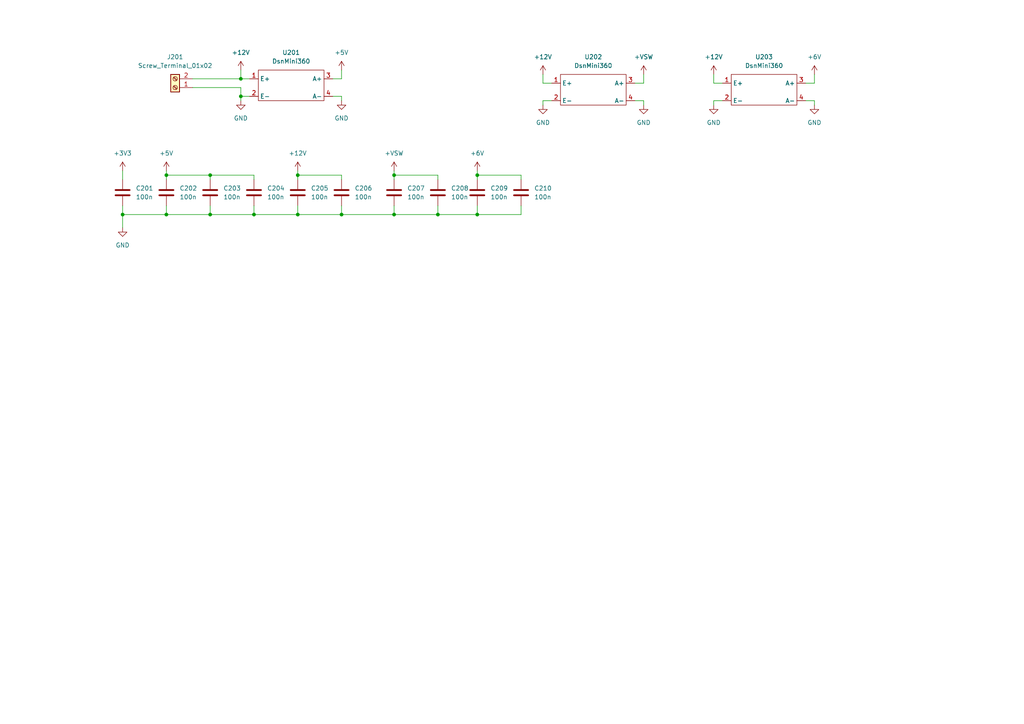
<source format=kicad_sch>
(kicad_sch (version 20211123) (generator eeschema)
  (paper "A4")
  (title_block (title "ESP32 Relaiskarte") (date "2022-03-30") (rev "0.0.3") (company "makerspace Bocholt") (comment 1 "+ optionale Servo Ansteuerung") (comment 2 "+ optionale Lan Karte") (comment 4 "Frank Tobergte"))
  (lib_symbols
    (symbol "Connector:Screw_Terminal_01x02" (pin_names (offset 1.016) hide)
      (property "Reference" "J" (at 0 2.54 0))
      (property "Value" "Screw_Terminal_01x02" (at 0 -5.08 0))
      (symbol "Screw_Terminal_01x02_1_1"
        (rectangle (start -1.27 1.27) (end 1.27 -3.81) (stroke (width 0.254)) (fill (type background)))
        (circle (center 0 -2.54) (radius 0.635) (stroke (width 0.1524)))
        (polyline (pts (xy -0.5334 -2.2098) (xy 0.3302 -3.048)) (stroke (width 0.1524)))
        (polyline (pts (xy -0.5334 0.3302) (xy 0.3302 -0.508)) (stroke (width 0.1524)))
        (polyline (pts (xy -0.3556 -2.032) (xy 0.508 -2.8702)) (stroke (width 0.1524)))
        (polyline (pts (xy -0.3556 0.508) (xy 0.508 -0.3302)) (stroke (width 0.1524)))
        (circle (center 0 0) (radius 0.635) (stroke (width 0.1524)))
        (pin passive line (at -5.08 0 0) (length 3.81) (name "Pin_1") (number "1"))
        (pin passive line (at -5.08 -2.54 0) (length 3.81) (name "Pin_2") (number "2"))
      )
    )
    (symbol "DcDc:DsnMini360"
      (property "Reference" "U" (at 0 0 0))
      (property "Value" "DsnMini360" (at 0 -2.54 0))
      (symbol "DsnMini360_0_1"
        (rectangle (start -8.89 2.54) (end 10.16 -6.35))
      )
      (symbol "DsnMini360_1_1"
        (pin power_in line (at -11.43 0 0) (length 2.54) (name "E+") (number "1"))
        (pin power_in line (at -11.43 -5.08 0) (length 2.54) (name "E-") (number "2"))
        (pin power_out line (at 12.7 0 180) (length 2.54) (name "A+") (number "3"))
        (pin power_out line (at 12.7 -5.08 180) (length 2.54) (name "A-") (number "4"))
      )
    )
    (symbol "Device:C" (pin_numbers hide) (pin_names (offset 0.254))
      (property "Reference" "C" (at 0.635 2.54 0))
      (property "Value" "C" (at 0.635 -2.54 0))
      (symbol "C_0_1"
        (polyline (pts (xy -2.032 -0.762) (xy 2.032 -0.762)) (stroke (width 0.508)))
        (polyline (pts (xy -2.032 0.762) (xy 2.032 0.762)) (stroke (width 0.508)))
      )
      (symbol "C_1_1"
        (pin passive line (at 0 3.81 270) (length 2.794) (name "~") (number "1"))
        (pin passive line (at 0 -3.81 90) (length 2.794) (name "~") (number "2"))
      )
    )
    (symbol "power:+12V" (power) (pin_names (offset 0))
      (property "Value" "+12V" (at 0 3.556 0))
      (symbol "+12V_0_1"
        (polyline (pts (xy -0.762 1.27) (xy 0 2.54)))
        (polyline (pts (xy 0 0) (xy 0 2.54)))
        (polyline (pts (xy 0 2.54) (xy 0.762 1.27)))
      )
      (symbol "+12V_1_1"
        (pin power_in line (at 0 0 90) (length 0) hide (name "+12V") (number "1"))
      )
    )
    (symbol "power:+3.3V" (power) (pin_names (offset 0))
      (property "Value" "+3.3V" (at 0 3.556 0))
      (symbol "+3.3V_0_1"
        (polyline (pts (xy -0.762 1.27) (xy 0 2.54)))
        (polyline (pts (xy 0 0) (xy 0 2.54)))
        (polyline (pts (xy 0 2.54) (xy 0.762 1.27)))
      )
      (symbol "+3.3V_1_1"
        (pin power_in line (at 0 0 90) (length 0) hide (name "+3V3") (number "1"))
      )
    )
    (symbol "power:+5V" (power) (pin_names (offset 0))
      (property "Value" "+5V" (at 0 3.556 0))
      (symbol "+5V_0_1"
        (polyline (pts (xy -0.762 1.27) (xy 0 2.54)))
        (polyline (pts (xy 0 0) (xy 0 2.54)))
        (polyline (pts (xy 0 2.54) (xy 0.762 1.27)))
      )
      (symbol "+5V_1_1"
        (pin power_in line (at 0 0 90) (length 0) hide (name "+5V") (number "1"))
      )
    )
    (symbol "power:+6V" (power) (pin_names (offset 0))
      (property "Value" "+6V" (at 0 3.556 0))
      (symbol "+6V_0_1"
        (polyline (pts (xy -0.762 1.27) (xy 0 2.54)))
        (polyline (pts (xy 0 0) (xy 0 2.54)))
        (polyline (pts (xy 0 2.54) (xy 0.762 1.27)))
      )
      (symbol "+6V_1_1"
        (pin power_in line (at 0 0 90) (length 0) hide (name "+6V") (number "1"))
      )
    )
    (symbol "power:+VSW" (power) (pin_names (offset 0))
      (property "Value" "+VSW" (at 0 3.556 0))
      (symbol "+VSW_0_1"
        (polyline (pts (xy -0.762 1.27) (xy 0 2.54)))
        (polyline (pts (xy 0 0) (xy 0 2.54)))
        (polyline (pts (xy 0 2.54) (xy 0.762 1.27)))
      )
      (symbol "+VSW_1_1"
        (pin power_in line (at 0 0 90) (length 0) hide (name "+VSW") (number "1"))
      )
    )
    (symbol "power:GND" (power) (pin_names (offset 0))
      (property "Value" "GND" (at 0 -3.81 0))
      (symbol "GND_0_1"
        (polyline (pts (xy 0 0) (xy 0 -1.27) (xy 1.27 -1.27) (xy 0 -2.54) (xy -1.27 -1.27) (xy 0 -1.27)))
      )
      (symbol "GND_1_1"
        (pin power_in line (at 0 0 270) (length 0) hide (name "GND") (number "1"))
      )
    )
  )
  (junction (at 114.3 50.8))
  (junction (at 138.43 50.8))
  (junction (at 69.85 22.86))
  (junction (at 127 62.23))
  (junction (at 114.3 62.23))
  (junction (at 48.26 62.23))
  (junction (at 60.96 50.8))
  (junction (at 138.43 62.23))
  (junction (at 35.56 62.23))
  (junction (at 99.06 62.23))
  (junction (at 73.66 62.23))
  (junction (at 69.85 27.94))
  (junction (at 60.96 62.23))
  (junction (at 48.26 50.8))
  (junction (at 86.36 62.23))
  (junction (at 86.36 50.8))
  (wire (pts (xy 35.56 62.23) (xy 48.26 62.23)))
  (wire (pts (xy 160.02 29.21) (xy 157.48 29.21)))
  (wire (pts (xy 86.36 59.69) (xy 86.36 62.23)))
  (wire (pts (xy 114.3 50.8) (xy 114.3 52.07)))
  (wire (pts (xy 99.06 22.86) (xy 99.06 20.32)))
  (wire (pts (xy 35.56 49.53) (xy 35.56 52.07)))
  (wire (pts (xy 236.22 24.13) (xy 236.22 21.59)))
  (wire (pts (xy 209.55 29.21) (xy 207.01 29.21)))
  (wire (pts (xy 69.85 25.4) (xy 69.85 27.94)))
  (wire (pts (xy 99.06 59.69) (xy 99.06 62.23)))
  (wire (pts (xy 233.68 29.21) (xy 236.22 29.21)))
  (wire (pts (xy 69.85 27.94) (xy 69.85 29.21)))
  (wire (pts (xy 233.68 24.13) (xy 236.22 24.13)))
  (wire (pts (xy 114.3 50.8) (xy 127 50.8)))
  (wire (pts (xy 96.52 22.86) (xy 99.06 22.86)))
  (wire (pts (xy 35.56 59.69) (xy 35.56 62.23)))
  (wire (pts (xy 157.48 24.13) (xy 160.02 24.13)))
  (wire (pts (xy 55.88 25.4) (xy 69.85 25.4)))
  (wire (pts (xy 207.01 24.13) (xy 209.55 24.13)))
  (wire (pts (xy 48.26 50.8) (xy 48.26 52.07)))
  (wire (pts (xy 69.85 20.32) (xy 69.85 22.86)))
  (wire (pts (xy 186.69 29.21) (xy 186.69 30.48)))
  (wire (pts (xy 60.96 50.8) (xy 73.66 50.8)))
  (wire (pts (xy 73.66 50.8) (xy 73.66 52.07)))
  (wire (pts (xy 60.96 59.69) (xy 60.96 62.23)))
  (wire (pts (xy 207.01 29.21) (xy 207.01 30.48)))
  (wire (pts (xy 86.36 50.8) (xy 99.06 50.8)))
  (wire (pts (xy 151.13 50.8) (xy 151.13 52.07)))
  (wire (pts (xy 207.01 21.59) (xy 207.01 24.13)))
  (wire (pts (xy 48.26 59.69) (xy 48.26 62.23)))
  (wire (pts (xy 48.26 62.23) (xy 60.96 62.23)))
  (wire (pts (xy 127 59.69) (xy 127 62.23)))
  (wire (pts (xy 236.22 29.21) (xy 236.22 30.48)))
  (wire (pts (xy 73.66 62.23) (xy 86.36 62.23)))
  (wire (pts (xy 157.48 29.21) (xy 157.48 30.48)))
  (wire (pts (xy 99.06 27.94) (xy 99.06 29.21)))
  (wire (pts (xy 138.43 62.23) (xy 151.13 62.23)))
  (wire (pts (xy 48.26 49.53) (xy 48.26 50.8)))
  (wire (pts (xy 96.52 27.94) (xy 99.06 27.94)))
  (wire (pts (xy 138.43 49.53) (xy 138.43 50.8)))
  (wire (pts (xy 157.48 21.59) (xy 157.48 24.13)))
  (wire (pts (xy 127 62.23) (xy 138.43 62.23)))
  (wire (pts (xy 86.36 62.23) (xy 99.06 62.23)))
  (wire (pts (xy 138.43 59.69) (xy 138.43 62.23)))
  (wire (pts (xy 186.69 24.13) (xy 186.69 21.59)))
  (wire (pts (xy 48.26 50.8) (xy 60.96 50.8)))
  (wire (pts (xy 138.43 50.8) (xy 151.13 50.8)))
  (wire (pts (xy 72.39 27.94) (xy 69.85 27.94)))
  (wire (pts (xy 55.88 22.86) (xy 69.85 22.86)))
  (wire (pts (xy 114.3 49.53) (xy 114.3 50.8)))
  (wire (pts (xy 184.15 29.21) (xy 186.69 29.21)))
  (wire (pts (xy 99.06 50.8) (xy 99.06 52.07)))
  (wire (pts (xy 184.15 24.13) (xy 186.69 24.13)))
  (wire (pts (xy 73.66 59.69) (xy 73.66 62.23)))
  (wire (pts (xy 86.36 49.53) (xy 86.36 50.8)))
  (wire (pts (xy 114.3 62.23) (xy 127 62.23)))
  (wire (pts (xy 151.13 59.69) (xy 151.13 62.23)))
  (wire (pts (xy 86.36 50.8) (xy 86.36 52.07)))
  (wire (pts (xy 35.56 66.04) (xy 35.56 62.23)))
  (wire (pts (xy 114.3 59.69) (xy 114.3 62.23)))
  (wire (pts (xy 60.96 62.23) (xy 73.66 62.23)))
  (wire (pts (xy 60.96 50.8) (xy 60.96 52.07)))
  (wire (pts (xy 127 50.8) (xy 127 52.07)))
  (wire (pts (xy 138.43 50.8) (xy 138.43 52.07)))
  (wire (pts (xy 69.85 22.86) (xy 72.39 22.86)))
  (wire (pts (xy 99.06 62.23) (xy 114.3 62.23)))
  (symbol (lib_id "DcDc:DsnMini360") (at 220.98 24.13 0) (unit 1)
    (property "Reference" "U203" (at 221.615 16.51 0))
    (property "Value" "DsnMini360" (at 221.615 19.05 0))
    (property "Footprint" "Modelle:DSNMini360" (effects hide))
  )
  (symbol (lib_id "power:+12V") (at 157.48 21.59 0) (unit 1)
    (property "Reference" "#PWR0116" (effects hide))
    (property "Value" "+12V" (at 157.48 16.51 0))
  )
  (symbol (lib_id "power:+5V") (at 48.26 49.53 0) (unit 1)
    (property "Reference" "#PWR0206" (effects hide))
    (property "Value" "+5V" (at 48.26 44.45 0))
  )
  (symbol (lib_id "DcDc:DsnMini360") (at 171.45 24.13 0) (unit 1)
    (property "Reference" "U202" (at 172.085 16.51 0))
    (property "Value" "DsnMini360" (at 172.085 19.05 0))
    (property "Footprint" "Modelle:DSNMini360" (effects hide))
  )
  (symbol (lib_id "power:+6V") (at 138.43 49.53 0) (unit 1)
    (property "Reference" "#PWR0214" (effects hide))
    (property "Value" "+6V" (at 138.43 44.45 0))
  )
  (symbol (lib_id "power:GND") (at 69.85 29.21 0) (unit 1)
    (property "Reference" "#PWR0204" (effects hide))
    (property "Value" "GND" (at 69.85 34.29 0))
  )
  (symbol (lib_id "power:+VSW") (at 114.3 49.53 0) (unit 1)
    (property "Reference" "#PWR0213" (effects hide))
    (property "Value" "+VSW" (at 114.3 44.45 0))
  )
  (symbol (lib_id "Connector:Screw_Terminal_01x02") (at 50.8 25.4 180) (unit 1)
    (property "Reference" "J201" (at 50.8 16.51 0))
    (property "Value" "Screw_Terminal_01x02" (at 50.8 19.05 0))
    (property "Footprint" "TerminalBlock_Phoenix:TerminalBlock_Phoenix_MKDS-1,5-2-5.08_1x02_P5.08mm_Horizontal" (effects hide))
  )
  (symbol (lib_id "power:+6V") (at 236.22 21.59 0) (unit 1)
    (property "Reference" "#PWR0210" (effects hide))
    (property "Value" "+6V" (at 236.22 16.51 0))
  )
  (symbol (lib_id "Device:C") (at 60.96 55.88 0) (unit 1)
    (property "Reference" "C203" (at 64.77 54.6099 0) (effects (justify left)))
    (property "Value" "100n" (at 64.77 57.1499 0) (effects (justify left)))
    (property "Footprint" "Capacitor_THT:C_Disc_D6.0mm_W2.5mm_P5.00mm" (effects hide))
  )
  (symbol (lib_id "power:+12V") (at 69.85 20.32 0) (unit 1)
    (property "Reference" "#PWR0203" (effects hide))
    (property "Value" "+12V" (at 69.85 15.24 0))
  )
  (symbol (lib_id "power:+12V") (at 207.01 21.59 0) (unit 1)
    (property "Reference" "#PWR0209" (effects hide))
    (property "Value" "+12V" (at 207.01 16.51 0))
  )
  (symbol (lib_id "Device:C") (at 73.66 55.88 0) (unit 1)
    (property "Reference" "C204" (at 77.47 54.6099 0) (effects (justify left)))
    (property "Value" "100n" (at 77.47 57.1499 0) (effects (justify left)))
    (property "Footprint" "Capacitor_THT:C_Disc_D6.0mm_W2.5mm_P5.00mm" (effects hide))
  )
  (symbol (lib_id "power:+5V") (at 99.06 20.32 0) (unit 1)
    (property "Reference" "#PWR0202" (effects hide))
    (property "Value" "+5V" (at 99.06 15.24 0))
  )
  (symbol (lib_id "Device:C") (at 48.26 55.88 0) (unit 1)
    (property "Reference" "C202" (at 52.07 54.6099 0) (effects (justify left)))
    (property "Value" "100n" (at 52.07 57.1499 0) (effects (justify left)))
    (property "Footprint" "Capacitor_THT:C_Disc_D6.0mm_W2.5mm_P5.00mm" (effects hide))
  )
  (symbol (lib_id "Device:C") (at 127 55.88 0) (unit 1)
    (property "Reference" "C208" (at 130.81 54.6099 0) (effects (justify left)))
    (property "Value" "100n" (at 130.81 57.1499 0) (effects (justify left)))
    (property "Footprint" "Capacitor_THT:C_Disc_D6.0mm_W2.5mm_P5.00mm" (effects hide))
  )
  (symbol (lib_id "power:+3.3V") (at 35.56 49.53 0) (unit 1)
    (property "Reference" "#PWR0201" (effects hide))
    (property "Value" "+3.3V" (at 35.56 44.45 0))
  )
  (symbol (lib_id "DcDc:DsnMini360") (at 83.82 22.86 0) (unit 1)
    (property "Reference" "U201" (at 84.455 15.24 0))
    (property "Value" "DsnMini360" (at 84.455 17.78 0))
    (property "Footprint" "Modelle:DSNMini360" (effects hide))
  )
  (symbol (lib_id "power:+12V") (at 86.36 49.53 0) (unit 1)
    (property "Reference" "#PWR0207" (effects hide))
    (property "Value" "+12V" (at 86.36 44.45 0))
  )
  (symbol (lib_id "power:GND") (at 99.06 29.21 0) (unit 1)
    (property "Reference" "#PWR0205" (effects hide))
    (property "Value" "GND" (at 99.06 34.29 0))
  )
  (symbol (lib_id "Device:C") (at 35.56 55.88 0) (unit 1)
    (property "Reference" "C201" (at 39.37 54.6099 0) (effects (justify left)))
    (property "Value" "100n" (at 39.37 57.1499 0) (effects (justify left)))
    (property "Footprint" "Capacitor_THT:C_Disc_D6.0mm_W2.5mm_P5.00mm" (effects hide))
  )
  (symbol (lib_id "power:GND") (at 207.01 30.48 0) (unit 1)
    (property "Reference" "#PWR0211" (effects hide))
    (property "Value" "GND" (at 207.01 35.56 0))
  )
  (symbol (lib_id "power:GND") (at 35.56 66.04 0) (unit 1)
    (property "Reference" "#PWR0208" (effects hide))
    (property "Value" "GND" (at 35.56 71.12 0))
  )
  (symbol (lib_id "power:GND") (at 157.48 30.48 0) (unit 1)
    (property "Reference" "#PWR0115" (effects hide))
    (property "Value" "GND" (at 157.48 35.56 0))
  )
  (symbol (lib_id "power:GND") (at 236.22 30.48 0) (unit 1)
    (property "Reference" "#PWR0212" (effects hide))
    (property "Value" "GND" (at 236.22 35.56 0))
  )
  (symbol (lib_id "Device:C") (at 86.36 55.88 0) (unit 1)
    (property "Reference" "C205" (at 90.17 54.6099 0) (effects (justify left)))
    (property "Value" "100n" (at 90.17 57.1499 0) (effects (justify left)))
    (property "Footprint" "Capacitor_THT:C_Disc_D6.0mm_W2.5mm_P5.00mm" (effects hide))
  )
  (symbol (lib_id "power:GND") (at 186.69 30.48 0) (unit 1)
    (property "Reference" "#PWR0113" (effects hide))
    (property "Value" "GND" (at 186.69 35.56 0))
  )
  (symbol (lib_id "Device:C") (at 138.43 55.88 0) (unit 1)
    (property "Reference" "C209" (at 142.24 54.6099 0) (effects (justify left)))
    (property "Value" "100n" (at 142.24 57.1499 0) (effects (justify left)))
    (property "Footprint" "Capacitor_THT:C_Disc_D6.0mm_W2.5mm_P5.00mm" (effects hide))
  )
  (symbol (lib_id "power:+VSW") (at 186.69 21.59 0) (unit 1)
    (property "Reference" "#PWR0114" (effects hide))
    (property "Value" "+VSW" (at 186.69 16.51 0))
  )
  (symbol (lib_id "Device:C") (at 114.3 55.88 0) (unit 1)
    (property "Reference" "C207" (at 118.11 54.6099 0) (effects (justify left)))
    (property "Value" "100n" (at 118.11 57.1499 0) (effects (justify left)))
    (property "Footprint" "Capacitor_THT:C_Disc_D6.0mm_W2.5mm_P5.00mm" (effects hide))
  )
  (symbol (lib_id "Device:C") (at 151.13 55.88 0) (unit 1)
    (property "Reference" "C210" (at 154.94 54.6099 0) (effects (justify left)))
    (property "Value" "100n" (at 154.94 57.1499 0) (effects (justify left)))
    (property "Footprint" "Capacitor_THT:C_Disc_D6.0mm_W2.5mm_P5.00mm" (effects hide))
  )
  (symbol (lib_id "Device:C") (at 99.06 55.88 0) (unit 1)
    (property "Reference" "C206" (at 102.87 54.6099 0) (effects (justify left)))
    (property "Value" "100n" (at 102.87 57.1499 0) (effects (justify left)))
    (property "Footprint" "Capacitor_THT:C_Disc_D6.0mm_W2.5mm_P5.00mm" (effects hide))
  )
)
</source>
